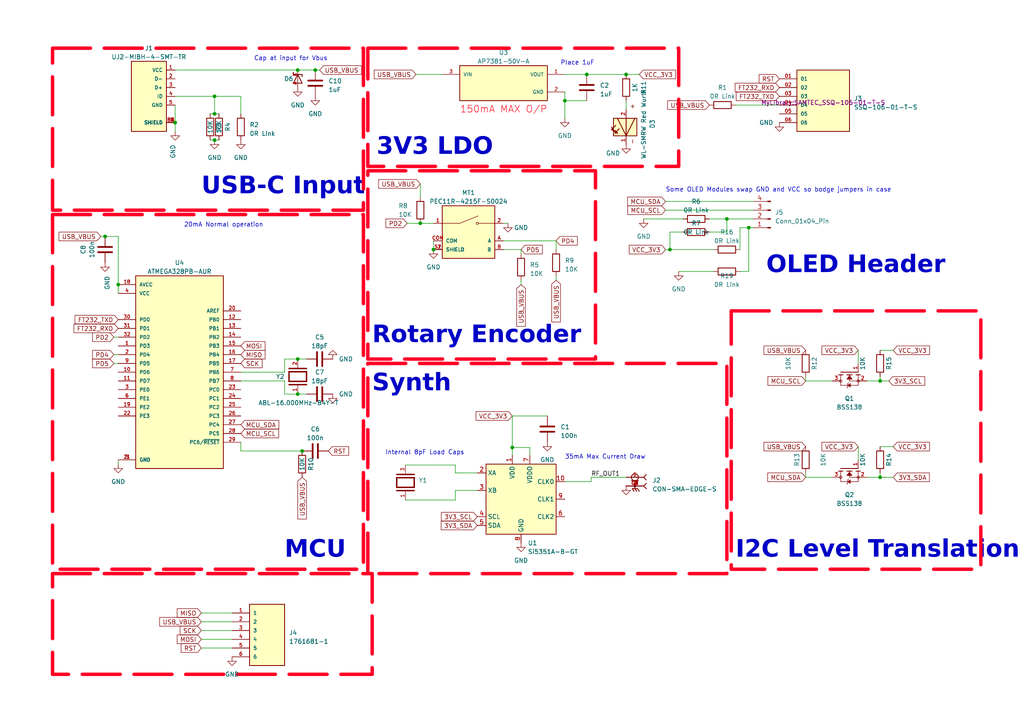
<source format=kicad_sch>
(kicad_sch (version 20230121) (generator eeschema)
  (paper "A4")
  (lib_symbols
    (symbol "Connector:Conn_01x04_Pin" (pin_names (offset 1.016) hide)
      (property "Reference" "J" (at 0 5.08 0))
      (property "Value" "Conn_01x04_Pin" (at 0 -7.62 0))
      (symbol "Conn_01x04_Pin_1_1"
        (pin passive line (at 5.08 2.54 180) (length 3.81) (name "Pin_1") (number "1"))
        (pin passive line (at 5.08 0 180) (length 3.81) (name "Pin_2") (number "2"))
        (pin passive line (at 5.08 -2.54 180) (length 3.81) (name "Pin_3") (number "3"))
        (pin passive line (at 5.08 -5.08 180) (length 3.81) (name "Pin_4") (number "4"))
      )
    )
    (symbol "MyLibrary:0R Link" (pin_numbers hide) (pin_names (offset 0))
      (property "Reference" "R1" (at 2.54 0.635 0))
      (property "Value" "0R Link" (at 2.54 -1.905 0))
      (symbol "0R Link_1_1"
        (pin passive line (at 0 3.81 270) (length 1.27) (name "~") (number "1"))
        (pin passive line (at 0 -3.81 90) (length 1.27) (name "~") (number "2"))
      )
    )
    (symbol "MyLibrary:100n" (pin_numbers hide) (pin_names (offset 0.254))
      (property "Reference" "C" (at 0.635 2.54 0))
      (property "Value" "100n" (at 0.635 -2.54 0))
      (symbol "100n_1_1"
        (pin passive line (at 0 3.81 270) (length 2.794) (name "~") (number "1"))
        (pin passive line (at 0 -3.81 90) (length 2.794) (name "~") (number "2"))
      )
    )
    (symbol "MyLibrary:10K" (pin_numbers hide) (pin_names (offset 0))
      (property "Reference" "R1" (at 2.54 0.635 0))
      (property "Value" "10K" (at 2.54 -1.905 0))
      (symbol "10K_1_1"
        (pin passive line (at 0 3.81 270) (length 1.27) (name "~") (number "1"))
        (pin passive line (at 0 -3.81 90) (length 1.27) (name "~") (number "2"))
      )
    )
    (symbol "MyLibrary:1761681-1" (pin_names (offset 1.016))
      (property "Reference" "J" (at -5.58 10.16 0))
      (property "Value" "1761681-1" (at -5.08 -10.16 0))
      (symbol "1761681-1_0_0"
        (pin passive line (at -10.16 7.62 0) (length 5.08) (name "1") (number "1"))
        (pin passive line (at -10.16 5.08 0) (length 5.08) (name "2") (number "2"))
        (pin passive line (at -10.16 2.54 0) (length 5.08) (name "3") (number "3"))
        (pin passive line (at -10.16 0 0) (length 5.08) (name "4") (number "4"))
        (pin passive line (at -10.16 -2.54 0) (length 5.08) (name "5") (number "5"))
        (pin passive line (at -10.16 -5.08 0) (length 5.08) (name "6") (number "6"))
      )
    )
    (symbol "MyLibrary:18pF" (pin_numbers hide) (pin_names (offset 0.254))
      (property "Reference" "C" (at 0.635 2.54 0))
      (property "Value" "18pF" (at 0.635 -2.54 0))
      (symbol "18pF_1_1"
        (pin passive line (at 0 3.81 270) (length 2.794) (name "~") (number "1"))
        (pin passive line (at 0 -3.81 90) (length 2.794) (name "~") (number "2"))
      )
    )
    (symbol "MyLibrary:1K" (pin_numbers hide) (pin_names (offset 0))
      (property "Reference" "R1" (at 2.54 0.635 0))
      (property "Value" "1K" (at 2.54 -1.905 0))
      (symbol "1K_1_1"
        (pin passive line (at 0 3.81 270) (length 1.27) (name "~") (number "1"))
        (pin passive line (at 0 -3.81 90) (length 1.27) (name "~") (number "2"))
      )
    )
    (symbol "MyLibrary:1uF" (pin_numbers hide) (pin_names (offset 0.254))
      (property "Reference" "C" (at 0.635 2.54 0))
      (property "Value" "1uF" (at 0.635 -2.54 0))
      (symbol "1uF_1_1"
        (pin passive line (at 0 3.81 270) (length 2.794) (name "~") (number "1"))
        (pin passive line (at 0 -3.81 90) (length 2.794) (name "~") (number "2"))
      )
    )
    (symbol "MyLibrary:ABL-16.000MHz-B4Y-T" (pin_names (offset 1.016))
      (property "Reference" "Y" (at -5.0878 3.8159 0))
      (property "Value" "ABL-16.000MHz-B4Y-T" (at -5.0944 -5.0944 0))
      (symbol "ABL-16.000MHz-B4Y-T_0_0"
        (pin passive line (at -5.08 0 0) (length 2.54) (name "~") (number "1"))
        (pin passive line (at 5.08 0 180) (length 2.54) (name "~") (number "2"))
      )
    )
    (symbol "MyLibrary:AP7381-50V-A" (pin_names (offset 1.016))
      (property "Reference" "U" (at -12.7 5.969 0))
      (property "Value" "AP7381-50V-A" (at -12.7 -7.62 0))
      (symbol "AP7381-50V-A_0_0"
        (pin output line (at 17.78 2.54 180) (length 5.08) (name "VOUT") (number "1"))
        (pin power_in line (at 17.78 -2.54 180) (length 5.08) (name "GND") (number "2"))
        (pin input line (at -17.78 2.54 0) (length 5.08) (name "VIN") (number "3"))
      )
    )
    (symbol "MyLibrary:ATMEGA328PB-AUR" (pin_names (offset 1.016))
      (property "Reference" "U" (at -12.7591 29.3666 0))
      (property "Value" "ATMEGA328PB-AUR" (at -12.7506 -31.899 0))
      (symbol "ATMEGA328PB-AUR_0_0"
        (pin bidirectional line (at 17.78 7.62 180) (length 5.08) (name "PD3") (number "1"))
        (pin bidirectional line (at 17.78 0 180) (length 5.08) (name "PD6") (number "10"))
        (pin bidirectional line (at 17.78 -2.54 180) (length 5.08) (name "PD7") (number "11"))
        (pin bidirectional line (at -17.78 15.24 0) (length 5.08) (name "PB0") (number "12"))
        (pin bidirectional line (at -17.78 12.7 0) (length 5.08) (name "PB1") (number "13"))
        (pin bidirectional line (at -17.78 10.16 0) (length 5.08) (name "PB2") (number "14"))
        (pin bidirectional line (at -17.78 7.62 0) (length 5.08) (name "PB3") (number "15"))
        (pin bidirectional line (at -17.78 5.08 0) (length 5.08) (name "PB4") (number "16"))
        (pin bidirectional line (at -17.78 2.54 0) (length 5.08) (name "PB5") (number "17"))
        (pin power_in line (at 17.78 25.4 180) (length 5.08) (name "AVCC") (number "18"))
        (pin bidirectional line (at 17.78 -10.16 180) (length 5.08) (name "PE2") (number "19"))
        (pin bidirectional line (at 17.78 5.08 180) (length 5.08) (name "PD4") (number "2"))
        (pin input line (at -17.78 17.78 0) (length 5.08) (name "AREF") (number "20"))
        (pin power_in line (at 17.78 -25.4 180) (length 5.08) (name "GND") (number "21"))
        (pin bidirectional line (at 17.78 -12.7 180) (length 5.08) (name "PE3") (number "22"))
        (pin bidirectional line (at -17.78 -5.08 0) (length 5.08) (name "PC0") (number "23"))
        (pin bidirectional line (at -17.78 -7.62 0) (length 5.08) (name "PC1") (number "24"))
        (pin bidirectional line (at -17.78 -10.16 0) (length 5.08) (name "PC2") (number "25"))
        (pin bidirectional line (at -17.78 -12.7 0) (length 5.08) (name "PC3") (number "26"))
        (pin bidirectional line (at -17.78 -15.24 0) (length 5.08) (name "PC4") (number "27"))
        (pin bidirectional line (at -17.78 -17.78 0) (length 5.08) (name "PC5") (number "28"))
        (pin bidirectional line (at -17.78 -20.32 0) (length 5.08) (name "PC6/~{RESET}") (number "29"))
        (pin bidirectional line (at 17.78 -5.08 180) (length 5.08) (name "PE0") (number "3"))
        (pin bidirectional line (at 17.78 15.24 180) (length 5.08) (name "PD0") (number "30"))
        (pin bidirectional line (at 17.78 12.7 180) (length 5.08) (name "PD1") (number "31"))
        (pin bidirectional line (at 17.78 10.16 180) (length 5.08) (name "PD2") (number "32"))
        (pin power_in line (at 17.78 22.86 180) (length 5.08) (name "VCC") (number "4"))
        (pin power_in line (at 17.78 -25.4 180) (length 5.08) (name "GND") (number "5"))
        (pin bidirectional line (at 17.78 -7.62 180) (length 5.08) (name "PE1") (number "6"))
        (pin bidirectional line (at -17.78 0 0) (length 5.08) (name "PB6") (number "7"))
        (pin bidirectional line (at -17.78 -2.54 0) (length 5.08) (name "PB7") (number "8"))
        (pin bidirectional line (at 17.78 2.54 180) (length 5.08) (name "PD5") (number "9"))
      )
    )
    (symbol "MyLibrary:BSS138" (pin_names (offset 1.016))
      (property "Reference" "Q" (at 5.08 1.27 0))
      (property "Value" "BSS138" (at 5.08 -1.27 0))
      (symbol "BSS138_0_0"
        (pin passive line (at -2.54 -2.54 0) (length 2.54) (name "~") (number "1"))
        (pin passive line (at 2.54 -5.08 90) (length 2.54) (name "~") (number "2"))
        (pin passive line (at 2.54 5.08 270) (length 2.54) (name "~") (number "3"))
      )
    )
    (symbol "MyLibrary:CON-SMA-EDGE-S" (pin_names (offset 1.016))
      (property "Reference" "J" (at -3.81 4.064 0))
      (property "Value" "CON-SMA-EDGE-S" (at -4.064 -4.318 0))
      (symbol "CON-SMA-EDGE-S_0_0"
        (pin passive line (at 2.54 2.54 180) (length 5.08) (name "~") (number "1"))
        (pin passive line (at 2.54 0 180) (length 5.08) (name "~") (number "G1"))
        (pin passive line (at 2.54 0 180) (length 5.08) (name "~") (number "G2"))
        (pin passive line (at 2.54 0 180) (length 5.08) (name "~") (number "G3"))
        (pin passive line (at 2.54 0 180) (length 5.08) (name "~") (number "G4"))
      )
    )
    (symbol "MyLibrary:ESD5Z6.0T1G" (pin_names (offset 1.016))
      (property "Reference" "D" (at -2.286 1.905 0))
      (property "Value" "ESD5Z6.0T1G" (at -2.286 -3.429 0))
      (symbol "ESD5Z6.0T1G_0_0"
        (pin passive line (at -2.54 0 0) (length 2.54) (name "~") (number "A"))
        (pin passive line (at 2.54 0 180) (length 2.54) (name "~") (number "K"))
      )
    )
    (symbol "MyLibrary:PEC11R-4215F-S0024" (pin_names (offset 1.016))
      (property "Reference" "MT" (at -7.62 8.89 0))
      (property "Value" "PEC11R-4215F-S0024" (at -7.62 -8.89 0))
      (symbol "PEC11R-4215F-S0024_0_0"
        (pin passive line (at -10.16 2.54 0) (length 2.54) (name "~") (number "1"))
        (pin passive line (at 10.16 2.54 180) (length 2.54) (name "~") (number "2"))
        (pin passive line (at 10.16 -2.54 180) (length 2.54) (name "A") (number "A"))
        (pin passive line (at 10.16 -5.08 180) (length 2.54) (name "B") (number "B"))
        (pin passive line (at -10.16 -2.54 0) (length 2.54) (name "COM") (number "COM"))
        (pin passive line (at -10.16 -5.08 0) (length 2.54) (name "SHIELD") (number "S1"))
        (pin passive line (at -10.16 -5.08 0) (length 2.54) (name "SHIELD") (number "S2"))
      )
    )
    (symbol "MyLibrary:SSQ-106-01-T-S" (pin_names (offset 1.016))
      (property "Reference" "J" (at -8.12 10.16 0))
      (property "Value" "SSQ-106-01-T-S" (at -7.62 -10.16 0))
      (symbol "SSQ-106-01-T-S_0_0"
        (pin passive line (at -12.7 7.62 0) (length 5.08) (name "01") (number "01"))
        (pin passive line (at -12.7 5.08 0) (length 5.08) (name "02") (number "02"))
        (pin passive line (at -12.7 2.54 0) (length 5.08) (name "03") (number "03"))
        (pin passive line (at -12.7 0 0) (length 5.08) (name "04") (number "04"))
        (pin passive line (at -12.7 -2.54 0) (length 5.08) (name "05") (number "05"))
        (pin passive line (at -12.7 -5.08 0) (length 5.08) (name "06") (number "06"))
      )
    )
    (symbol "MyLibrary:UJ2-MIBH-4-SMT-TR" (pin_names (offset 1.016))
      (property "Reference" "J" (at -5.0923 10.6938 0))
      (property "Value" "UJ2-MIBH-4-SMT-TR" (at -5.0889 -12.7222 0))
      (symbol "UJ2-MIBH-4-SMT-TR_0_0"
        (pin power_in line (at 7.62 7.62 180) (length 2.54) (name "VCC") (number "1"))
        (pin bidirectional line (at 7.62 5.08 180) (length 2.54) (name "D-") (number "2"))
        (pin bidirectional line (at 7.62 2.54 180) (length 2.54) (name "D+") (number "3"))
        (pin bidirectional line (at 7.62 0 180) (length 2.54) (name "ID") (number "4"))
        (pin power_in line (at 7.62 -2.54 180) (length 2.54) (name "GND") (number "5"))
        (pin passive line (at 7.62 -7.62 180) (length 2.54) (name "SHIELD") (number "P5"))
        (pin passive line (at 7.62 -7.62 180) (length 2.54) (name "SHIELD") (number "P6"))
        (pin passive line (at 7.62 -7.62 180) (length 2.54) (name "SHIELD") (number "S1"))
        (pin passive line (at 7.62 -7.62 180) (length 2.54) (name "SHIELD") (number "S2"))
        (pin passive line (at 7.62 -7.62 180) (length 2.54) (name "SHIELD") (number "S3"))
        (pin passive line (at 7.62 -7.62 180) (length 2.54) (name "SHIELD") (number "S4"))
      )
    )
    (symbol "MyLibrary:WL-SMRW Red Wurth" (pin_names (offset 1.016))
      (property "Reference" "D" (at -1.2894 5.1777 0))
      (property "Value" "WL-SMRW Red Wurth" (at -1.2298 -5.5362 0))
      (symbol "WL-SMRW Red Wurth_0_0"
        (text "+" (at 5.0842 -2.5421 0) (effects (font (size 1.2711 1.2711)) (justify left bottom)))
        (text "-" (at -5.0893 -2.5447 0) (effects (font (size 1.2723 1.2723)) (justify left bottom)))
        (pin bidirectional line (at -5.08 0 0) (length 2.54) (name "~") (number "1"))
        (pin bidirectional line (at 5.08 0 180) (length 2.54) (name "~") (number "2"))
      )
    )
    (symbol "MyLibrary:XRCGB25M000F2P00R0" (pin_names (offset 1.016))
      (property "Reference" "Y" (at -5.0878 3.8159 0))
      (property "Value" "XRCGB25M000F2P00R0" (at -5.0944 -5.0944 0))
      (symbol "XRCGB25M000F2P00R0_0_0"
        (pin passive line (at -5.08 0 0) (length 2.54) (name "~") (number "1"))
        (pin passive line (at 5.08 0 180) (length 2.54) (name "~") (number "3"))
      )
    )
    (symbol "Oscillator:Si5351A-B-GT"
      (property "Reference" "U" (at -8.89 11.43 0))
      (property "Value" "Si5351A-B-GT" (at -12.7 -12.7 0))
      (symbol "Si5351A-B-GT_1_1"
        (pin power_in line (at -2.54 12.7 270) (length 2.54) (name "VDD") (number "1"))
        (pin output line (at 12.7 5.08 180) (length 2.54) (name "CLK0") (number "10"))
        (pin input line (at -12.7 7.62 0) (length 2.54) (name "XA") (number "2"))
        (pin input line (at -12.7 2.54 0) (length 2.54) (name "XB") (number "3"))
        (pin input line (at -12.7 -5.08 0) (length 2.54) (name "SCL") (number "4"))
        (pin bidirectional line (at -12.7 -7.62 0) (length 2.54) (name "SDA") (number "5"))
        (pin output line (at 12.7 -5.08 180) (length 2.54) (name "CLK2") (number "6"))
        (pin power_in line (at 2.54 12.7 270) (length 2.54) (name "VDDO") (number "7"))
        (pin power_in line (at 0 -12.7 90) (length 2.54) (name "GND") (number "8"))
        (pin output line (at 12.7 0 180) (length 2.54) (name "CLK1") (number "9"))
      )
    )
    (symbol "power:GND" (power) (pin_names (offset 0))
      (property "Value" "GND" (at 0 -3.81 0))
      (symbol "GND_1_1"
        (pin power_in line (at 0 0 270) (length 0) hide (name "GND") (number "1"))
      )
    )
  )
  (junction (at 62.23 40.64))
  (junction (at 86.36 104.14))
  (junction (at 217.17 66.04))
  (junction (at 62.23 27.94))
  (junction (at 163.83 29.21))
  (junction (at 210.82 63.5))
  (junction (at 62.23 33.02))
  (junction (at 181.61 21.59))
  (junction (at 125.73 72.39))
  (junction (at 86.36 20.32))
  (junction (at 170.18 21.59))
  (junction (at 30.48 68.58))
  (junction (at 86.36 114.3))
  (junction (at 91.44 20.32))
  (junction (at 194.31 72.39))
  (junction (at 50.8 35.56))
  (junction (at 87.63 130.81))
  (junction (at 255.27 138.43))
  (junction (at 34.29 82.55))
  (junction (at 148.59 129.794))
  (junction (at 255.27 110.49))
  (junction (at 121.92 64.77))
  (wire (pts (xy 193.04 72.39) (xy 194.31 72.39)))
  (wire (pts (xy 214.63 66.04) (xy 217.17 66.04)))
  (wire (pts (xy 233.68 109.22) (xy 233.68 110.49)))
  (wire (pts (xy 132.08 137.16) (xy 138.43 137.16)))
  (wire (pts (xy 255.27 138.43) (xy 259.08 138.43)))
  (wire (pts (xy 217.17 78.74) (xy 217.17 66.04)))
  (wire (pts (xy 259.08 101.6) (xy 255.27 101.6)))
  (wire (pts (xy 205.74 63.5) (xy 210.82 63.5)))
  (wire (pts (xy 181.61 21.59) (xy 170.18 21.59)))
  (wire (pts (xy 148.59 120.65) (xy 148.59 129.794)))
  (wire (pts (xy 185.42 21.59) (xy 181.61 21.59)))
  (wire (pts (xy 34.29 97.79) (xy 33.02 97.79)))
  (wire (pts (xy 210.82 63.5) (xy 218.44 63.5)))
  (wire (pts (xy 151.13 73.66) (xy 151.13 72.39)))
  (wire (pts (xy 62.23 33.02) (xy 63.5 33.02)))
  (wire (pts (xy 207.01 78.74) (xy 196.85 78.74)))
  (wire (pts (xy 248.92 129.54) (xy 248.92 133.35)))
  (wire (pts (xy 194.31 67.31) (xy 194.31 72.39)))
  (wire (pts (xy 138.43 142.24) (xy 132.08 142.24)))
  (wire (pts (xy 91.44 20.32) (xy 92.71 20.32)))
  (wire (pts (xy 214.63 78.74) (xy 217.17 78.74)))
  (wire (pts (xy 58.42 187.96) (xy 67.31 187.96)))
  (wire (pts (xy 210.82 67.31) (xy 210.82 63.5)))
  (wire (pts (xy 251.46 110.49) (xy 255.27 110.49)))
  (wire (pts (xy 30.48 68.58) (xy 34.29 68.58)))
  (wire (pts (xy 58.42 182.88) (xy 67.31 182.88)))
  (wire (pts (xy 233.68 137.16) (xy 233.68 138.43)))
  (wire (pts (xy 62.23 40.64) (xy 63.5 40.64)))
  (wire (pts (xy 50.8 20.32) (xy 86.36 20.32)))
  (wire (pts (xy 259.08 129.54) (xy 255.27 129.54)))
  (wire (pts (xy 193.04 58.42) (xy 218.44 58.42)))
  (wire (pts (xy 69.85 33.02) (xy 69.85 27.94)))
  (wire (pts (xy 125.73 69.85) (xy 125.73 72.39)))
  (wire (pts (xy 132.08 142.24) (xy 132.08 145.034)))
  (wire (pts (xy 132.08 134.874) (xy 132.08 137.16)))
  (wire (pts (xy 121.92 64.77) (xy 125.73 64.77)))
  (wire (pts (xy 60.96 33.02) (xy 62.23 33.02)))
  (wire (pts (xy 171.45 139.7) (xy 171.45 138.43)))
  (wire (pts (xy 82.55 104.14) (xy 86.36 104.14)))
  (wire (pts (xy 34.29 102.87) (xy 33.02 102.87)))
  (wire (pts (xy 146.05 69.85) (xy 161.29 69.85)))
  (wire (pts (xy 29.21 68.58) (xy 30.48 68.58)))
  (wire (pts (xy 82.55 114.3) (xy 86.36 114.3)))
  (wire (pts (xy 255.27 110.49) (xy 257.81 110.49)))
  (wire (pts (xy 193.04 60.96) (xy 218.44 60.96)))
  (wire (pts (xy 120.65 21.59) (xy 128.27 21.59)))
  (wire (pts (xy 151.13 72.39) (xy 146.05 72.39)))
  (wire (pts (xy 170.18 21.59) (xy 163.83 21.59)))
  (wire (pts (xy 181.61 29.21) (xy 181.61 31.75)))
  (wire (pts (xy 213.36 30.48) (xy 226.06 30.48)))
  (wire (pts (xy 255.27 109.22) (xy 255.27 110.49)))
  (wire (pts (xy 34.29 82.55) (xy 34.29 85.09)))
  (wire (pts (xy 255.27 137.16) (xy 255.27 138.43)))
  (wire (pts (xy 217.17 66.04) (xy 218.44 66.04)))
  (wire (pts (xy 148.59 120.65) (xy 158.75 120.65)))
  (wire (pts (xy 147.32 64.77) (xy 146.05 64.77)))
  (wire (pts (xy 82.55 107.95) (xy 82.55 104.14)))
  (wire (pts (xy 62.23 27.94) (xy 69.85 27.94)))
  (wire (pts (xy 118.11 64.77) (xy 121.92 64.77)))
  (wire (pts (xy 233.68 138.43) (xy 241.3 138.43)))
  (wire (pts (xy 86.36 20.32) (xy 91.44 20.32)))
  (wire (pts (xy 194.31 67.31) (xy 198.12 67.31)))
  (wire (pts (xy 241.3 110.49) (xy 233.68 110.49)))
  (wire (pts (xy 117.602 134.874) (xy 132.08 134.874)))
  (wire (pts (xy 148.59 129.794) (xy 148.59 132.08)))
  (wire (pts (xy 255.27 138.43) (xy 251.46 138.43)))
  (wire (pts (xy 34.29 105.41) (xy 33.02 105.41)))
  (wire (pts (xy 88.9 114.3) (xy 86.36 114.3)))
  (wire (pts (xy 161.29 81.28) (xy 161.29 80.01)))
  (wire (pts (xy 82.55 114.3) (xy 82.55 110.49)))
  (wire (pts (xy 50.8 30.48) (xy 50.8 35.56)))
  (wire (pts (xy 60.96 40.64) (xy 62.23 40.64)))
  (wire (pts (xy 161.29 69.85) (xy 161.29 72.39)))
  (wire (pts (xy 82.55 110.49) (xy 69.85 110.49)))
  (wire (pts (xy 153.67 129.794) (xy 148.59 129.794)))
  (wire (pts (xy 34.29 133.35) (xy 34.29 134.62)))
  (wire (pts (xy 58.42 185.42) (xy 67.31 185.42)))
  (wire (pts (xy 205.74 67.31) (xy 210.82 67.31)))
  (wire (pts (xy 58.42 177.8) (xy 67.31 177.8)))
  (wire (pts (xy 214.63 66.04) (xy 214.63 72.39)))
  (wire (pts (xy 248.92 101.6) (xy 248.92 105.41)))
  (wire (pts (xy 69.85 130.81) (xy 87.63 130.81)))
  (wire (pts (xy 163.83 29.21) (xy 163.83 26.67)))
  (wire (pts (xy 171.45 138.43) (xy 181.61 138.43)))
  (wire (pts (xy 69.85 107.95) (xy 82.55 107.95)))
  (wire (pts (xy 151.13 81.28) (xy 151.13 82.55)))
  (wire (pts (xy 50.8 35.56) (xy 50.8 38.1)))
  (wire (pts (xy 34.29 68.58) (xy 34.29 82.55)))
  (wire (pts (xy 58.42 180.34) (xy 67.31 180.34)))
  (wire (pts (xy 163.83 34.29) (xy 163.83 29.21)))
  (wire (pts (xy 69.85 130.81) (xy 69.85 128.27)))
  (wire (pts (xy 153.67 132.08) (xy 153.67 129.794)))
  (wire (pts (xy 163.83 29.21) (xy 170.18 29.21)))
  (wire (pts (xy 62.23 27.94) (xy 62.23 33.02)))
  (wire (pts (xy 163.83 139.7) (xy 171.45 139.7)))
  (wire (pts (xy 88.9 104.14) (xy 86.36 104.14)))
  (wire (pts (xy 121.92 53.34) (xy 121.92 57.15)))
  (wire (pts (xy 194.31 72.39) (xy 207.01 72.39)))
  (wire (pts (xy 132.08 145.034) (xy 117.602 145.034)))
  (wire (pts (xy 186.69 63.5) (xy 198.12 63.5)))
  (wire (pts (xy 50.8 27.94) (xy 62.23 27.94)))
  (rectangle (start 106.68 13.97) (end 196.85 48.26) (stroke (width 1) (type dash) (color 255 0 34 1)))
  (rectangle (start 106.68 105.41) (end 210.82 166.37) (stroke (width 1) (type dash) (color 255 0 34 1)))
  (rectangle (start 15.24 13.97) (end 105.41 60.96) (stroke (width 1) (type dash) (color 255 0 34 1)))
  (rectangle (start 106.68 49.53) (end 172.72 104.14) (stroke (width 1) (type dash) (color 255 0 34 1)))
  (rectangle (start 212.09 90.17) (end 284.48 165.1) (stroke (width 1) (type dash) (color 255 0 34 1)))
  (rectangle (start 15.24 62.23) (end 105.41 165.1) (stroke (width 1) (type dash) (color 255 0 34 1)))
  (rectangle (start 15.24 166.37) (end 107.95 195.58) (stroke (width 1) (type dash) (color 255 0 34 1)))
  (text "MCU \n" (at 82.55 163.83 0) (effects (font (size 5 5)) (justify left bottom)))
  (text "OLED Header\n" (at 222.25 81.28 0) (effects (font (size 5 5)) (justify left bottom)))
  (text "I2C Level Translation\n" (at 213.36 163.83 0) (effects (font (size 5 5)) (justify left bottom)))
  (text "Some OLED Modules swap GND and VCC so bodge jumpers in case" (at 193.04 55.88 0) (effects (font (size 1.27 1.27)) (justify left bottom)))
  (text "3V3 LDO\n" (at 109.22 46.99 0) (effects (font (size 5 5)) (justify left bottom)))
  (text "150mA MAX O/P" (at 133.35 33.02 0) (effects (font (size 2 2)) (justify left bottom)))
  (text "20mA Normal operation\n" (at 53.34 66.04 0) (effects (font (size 1.27 1.27)) (justify left bottom)))
  (text "35mA Max Current Draw\n" (at 163.83 133.35 0) (effects (font (size 1.27 1.27)) (justify left bottom)))
  (text "Internal 8pF Load Caps" (at 111.76 132.08 0) (effects (font (size 1.27 1.27)) (justify left bottom)))
  (text "USB-C Input\n" (at 58.42 58.42 0) (effects (font (size 5 5)) (justify left bottom)))
  (text "Cap at input for Vbus\n" (at 73.66 17.78 0) (effects (font (size 1.27 1.27)) (justify left bottom)))
  (text "Synth\n" (at 107.95 115.57 0) (effects (font (size 5 5)) (justify left bottom)))
  (text "Rotary Encoder\n" (at 107.95 101.6 0) (effects (font (size 5 5)) (justify left bottom)))
  (text "Place 1uF\n" (at 162.56 19.05 0) (effects (font (size 1.27 1.27)) (justify left bottom)))
  (label "RF_OUT1" (at 171.45 138.43 0))
  (global_label "MOSI" (shape input) (at 58.42 185.42 180) (property "Intersheetrefs" "${INTERSHEET_REFS}" (effects hide)))
  (global_label "MCU_SCL" (shape input) (at 193.04 60.96 180) (property "Intersheetrefs" "${INTERSHEET_REFS}" (effects hide)))
  (global_label "USB_VBUS" (shape input) (at 120.65 21.59 180) (property "Intersheetrefs" "${INTERSHEET_REFS}" (effects hide)))
  (global_label "RST" (shape input) (at 226.06 22.86 180) (property "Intersheetrefs" "${INTERSHEET_REFS}" (effects hide)))
  (global_label "3V3_SDA" (shape input) (at 138.43 152.4 180) (property "Intersheetrefs" "${INTERSHEET_REFS}" (effects hide)))
  (global_label "USB_VBUS" (shape input) (at 233.68 101.6 180) (property "Intersheetrefs" "${INTERSHEET_REFS}" (effects hide)))
  (global_label "USB_VBUS" (shape input) (at 205.74 30.48 180) (property "Intersheetrefs" "${INTERSHEET_REFS}" (effects hide)))
  (global_label "USB_VBUS" (shape input) (at 92.71 20.32 0) (property "Intersheetrefs" "${INTERSHEET_REFS}" (effects hide)))
  (global_label "MCU_SDA" (shape input) (at 193.04 58.42 180) (property "Intersheetrefs" "${INTERSHEET_REFS}" (effects hide)))
  (global_label "USB_VBUS" (shape input) (at 121.92 53.34 180) (property "Intersheetrefs" "${INTERSHEET_REFS}" (effects hide)))
  (global_label "FT232_RXD" (shape input) (at 226.06 25.4 180) (property "Intersheetrefs" "${INTERSHEET_REFS}" (effects hide)))
  (global_label "PD2" (shape input) (at 118.11 64.77 180) (property "Intersheetrefs" "${INTERSHEET_REFS}" (effects hide)))
  (global_label "USB_VBUS" (shape input) (at 151.13 82.55 270) (property "Intersheetrefs" "${INTERSHEET_REFS}" (effects hide)))
  (global_label "VCC_3V3" (shape input) (at 259.08 129.54 0) (property "Intersheetrefs" "${INTERSHEET_REFS}" (effects hide)))
  (global_label "FT232_TXD" (shape input) (at 226.06 27.94 180) (property "Intersheetrefs" "${INTERSHEET_REFS}" (effects hide)))
  (global_label "USB_VBUS" (shape input) (at 87.63 138.43 270) (property "Intersheetrefs" "${INTERSHEET_REFS}" (effects hide)))
  (global_label "MCU_SCL" (shape input) (at 69.85 125.73 0) (property "Intersheetrefs" "${INTERSHEET_REFS}" (effects hide)))
  (global_label "3V3_SCL" (shape input) (at 257.81 110.49 0) (property "Intersheetrefs" "${INTERSHEET_REFS}" (effects hide)))
  (global_label "USB_VBUS" (shape input) (at 29.21 68.58 180) (property "Intersheetrefs" "${INTERSHEET_REFS}" (effects hide)))
  (global_label "PD5" (shape input) (at 151.13 72.39 0) (property "Intersheetrefs" "${INTERSHEET_REFS}" (effects hide)))
  (global_label "USB_VBUS" (shape input) (at 161.29 81.28 270) (property "Intersheetrefs" "${INTERSHEET_REFS}" (effects hide)))
  (global_label "PD4" (shape input) (at 33.02 102.87 180) (property "Intersheetrefs" "${INTERSHEET_REFS}" (effects hide)))
  (global_label "MISO" (shape input) (at 69.85 102.87 0) (property "Intersheetrefs" "${INTERSHEET_REFS}" (effects hide)))
  (global_label "VCC_3V3" (shape input) (at 148.59 120.65 180) (property "Intersheetrefs" "${INTERSHEET_REFS}" (effects hide)))
  (global_label "VCC_3V3" (shape input) (at 248.92 101.6 180) (property "Intersheetrefs" "${INTERSHEET_REFS}" (effects hide)))
  (global_label "PD2" (shape input) (at 33.02 97.79 180) (property "Intersheetrefs" "${INTERSHEET_REFS}" (effects hide)))
  (global_label "MCU_SDA" (shape input) (at 69.85 123.19 0) (property "Intersheetrefs" "${INTERSHEET_REFS}" (effects hide)))
  (global_label "VCC_3V3" (shape input) (at 185.42 21.59 0) (property "Intersheetrefs" "${INTERSHEET_REFS}" (effects hide)))
  (global_label "VCC_3V3" (shape input) (at 248.92 129.54 180) (property "Intersheetrefs" "${INTERSHEET_REFS}" (effects hide)))
  (global_label "USB_VBUS" (shape input) (at 58.42 180.34 180) (property "Intersheetrefs" "${INTERSHEET_REFS}" (effects hide)))
  (global_label "3V3_SDA" (shape input) (at 259.08 138.43 0) (property "Intersheetrefs" "${INTERSHEET_REFS}" (effects hide)))
  (global_label "MISO" (shape input) (at 58.42 177.8 180) (property "Intersheetrefs" "${INTERSHEET_REFS}" (effects hide)))
  (global_label "VCC_3V3" (shape input) (at 259.08 101.6 0) (property "Intersheetrefs" "${INTERSHEET_REFS}" (effects hide)))
  (global_label "RST" (shape input) (at 95.25 130.81 0) (property "Intersheetrefs" "${INTERSHEET_REFS}" (effects hide)))
  (global_label "VCC_3V3" (shape input) (at 193.04 72.39 180) (property "Intersheetrefs" "${INTERSHEET_REFS}" (effects hide)))
  (global_label "USB_VBUS" (shape input) (at 233.68 129.54 180) (property "Intersheetrefs" "${INTERSHEET_REFS}" (effects hide)))
  (global_label "SCK" (shape input) (at 58.42 182.88 180) (property "Intersheetrefs" "${INTERSHEET_REFS}" (effects hide)))
  (global_label "FT232_RXD" (shape input) (at 34.29 95.25 180) (property "Intersheetrefs" "${INTERSHEET_REFS}" (effects hide)))
  (global_label "MOSI" (shape input) (at 69.85 100.33 0) (property "Intersheetrefs" "${INTERSHEET_REFS}" (effects hide)))
  (global_label "PD4" (shape input) (at 161.29 69.85 0) (property "Intersheetrefs" "${INTERSHEET_REFS}" (effects hide)))
  (global_label "MCU_SCL" (shape input) (at 233.68 110.49 180) (property "Intersheetrefs" "${INTERSHEET_REFS}" (effects hide)))
  (global_label "RST" (shape input) (at 58.42 187.96 180) (property "Intersheetrefs" "${INTERSHEET_REFS}" (effects hide)))
  (global_label "3V3_SCL" (shape input) (at 138.43 149.86 180) (property "Intersheetrefs" "${INTERSHEET_REFS}" (effects hide)))
  (global_label "MCU_SDA" (shape input) (at 233.68 138.43 180) (property "Intersheetrefs" "${INTERSHEET_REFS}" (effects hide)))
  (global_label "RST" (shape input) (at 474.98 -41.91 180) (property "Intersheetrefs" "${INTERSHEET_REFS}" (effects hide)))
  (global_label "PD5" (shape input) (at 33.02 105.41 180) (property "Intersheetrefs" "${INTERSHEET_REFS}" (effects hide)))
  (global_label "FT232_TXD" (shape input) (at 34.29 92.71 180) (property "Intersheetrefs" "${INTERSHEET_REFS}" (effects hide)))
  (global_label "SCK" (shape input) (at 69.85 105.41 0) (property "Intersheetrefs" "${INTERSHEET_REFS}" (effects hide)))
  (symbol (lib_id "MyLibrary:10K") (at 87.63 134.62 0) (unit 1)
    (property "Reference" "R10" (at 90.17 134.62 90))
    (property "Value" "10K" (at 87.63 134.62 90))
    (property "Footprint" "Resistor_SMD:R_1206_3216Metric_Pad1.30x1.75mm_HandSolder" (effects hide))
  )
  (symbol (lib_id "power:GND") (at 91.44 27.94 0) (unit 1)
    (property "Reference" "#PWR02" (effects hide))
    (property "Value" "GND" (at 91.44 33.02 0))
  )
  (symbol (lib_id "MyLibrary:10K") (at 161.29 76.2 180) (unit 1)
    (property "Reference" "R9" (at 163.83 75.565 0) (effects (justify right)))
    (property "Value" "10K" (at 163.83 78.105 0) (effects (justify right)))
    (property "Footprint" "Resistor_SMD:R_1206_3216Metric_Pad1.30x1.75mm_HandSolder" (effects hide))
  )
  (symbol (lib_id "power:GND") (at 86.36 25.4 0) (unit 1)
    (property "Reference" "#PWR023" (effects hide))
    (property "Value" "GND" (at 86.36 30.48 0))
  )
  (symbol (lib_id "MyLibrary:XRCGB25M000F2P00R0") (at 117.602 139.954 90) (unit 1)
    (property "Reference" "Y1" (at 121.412 139.319 90) (effects (justify right)))
    (property "Value" "XRCGB25M000F2P00R0" (effects hide))
    (property "Footprint" "MyLibrary:OSC_XRCGB25M000F2P00R0" (effects hide))
    (property "MF" "Murata Electronics" (effects hide))
    (property "MAXIMUM_PACKAGE_HEIGHT" "0.7 mm" (effects hide))
    (property "Package" "SMD-4 Murata" (effects hide))
    (property "Price" "None" (effects hide))
    (property "Check_prices" "https://www.snapeda.com/parts/XRCGB25M000F2P00R0/Murata+Electronics+North+America/view-part/?ref=eda" (effects hide))
    (property "STANDARD" "Manufacturer Recommendations" (effects hide))
    (property "PARTREV" "N/A" (effects hide))
    (property "SnapEDA_Link" "https://www.snapeda.com/parts/XRCGB25M000F2P00R0/Murata+Electronics+North+America/view-part/?ref=snap" (effects hide))
    (property "MP" "XRCGB25M000F2P00R0" (effects hide))
    (property "Purchase-URL" "https://www.snapeda.com/api/url_track_click_mouser/?unipart_id=445314&manufacturer=Murata Electronics&part_name=XRCGB25M000F2P00R0&search_term=xrcgb25m000f2p00r0" (effects hide))
    (property "Description" "\n25 MHz ±20ppm Crystal 6pF 150 Ohms 4-SMD, No Lead\n" (effects hide))
    (property "Availability" "In Stock" (effects hide))
    (property "MANUFACTURER" "Murata Electronics" (effects hide))
  )
  (symbol (lib_id "MyLibrary:BSS138") (at 246.38 107.95 90) (mirror x) (unit 1)
    (property "Reference" "Q1" (at 246.38 115.57 90))
    (property "Value" "BSS138" (at 246.38 118.11 90))
    (property "Footprint" "MyLibrary:SOT95P240X111-3N" (effects hide))
    (property "MF" "Diodes Inc." (effects hide))
    (property "DESCRIPTION" "N-Channel 50 V 200mA (Ta) 225mW (Ta) Surface Mount SOT-23-3 (TO-236)" (effects hide))
    (property "PACKAGE" "SOT-23 ON" (effects hide))
    (property "PRICE" "None" (effects hide))
    (property "Package" "SOT-23-3 Diodes Inc." (effects hide))
    (property "Check_prices" "https://www.snapeda.com/parts/BSS138/Diodes+Inc./view-part/?ref=eda" (effects hide))
    (property "Price" "None" (effects hide))
    (property "SnapEDA_Link" "https://www.snapeda.com/parts/BSS138/Diodes+Inc./view-part/?ref=snap" (effects hide))
    (property "MP" "BSS138" (effects hide))
    (property "Availability" "In Stock" (effects hide))
    (property "AVAILABILITY" "In Stock" (effects hide))
    (property "Description" "\nN-CH MOSFET 50V 0.34A SOT-23-3L\n" (effects hide))
  )
  (symbol (lib_id "MyLibrary:1K") (at 181.61 25.4 0) (unit 1)
    (property "Reference" "R11" (at 186.69 25.4 90))
    (property "Value" "1K" (at 184.15 25.4 90))
    (property "Footprint" "Resistor_SMD:R_1206_3216Metric_Pad1.30x1.75mm_HandSolder" (effects hide))
  )
  (symbol (lib_id "MyLibrary:100n") (at 158.75 124.46 180) (unit 1)
    (property "Reference" "C1" (at 162.56 123.825 0) (effects (justify right)))
    (property "Value" "100n" (at 162.56 126.365 0) (effects (justify right)))
    (property "Footprint" "Capacitor_SMD:C_1206_3216Metric_Pad1.33x1.80mm_HandSolder" (effects hide))
  )
  (symbol (lib_id "power:GND") (at 147.32 64.77 0) (unit 1)
    (property "Reference" "#PWR012" (effects hide))
    (property "Value" "GND" (at 151.13 66.04 0))
  )
  (symbol (lib_id "power:GND") (at 163.83 34.29 0) (unit 1)
    (property "Reference" "#PWR04" (effects hide))
    (property "Value" "GND" (at 163.83 39.37 0))
  )
  (symbol (lib_id "power:GND") (at 196.85 78.74 0) (unit 1)
    (property "Reference" "#PWR09" (effects hide))
    (property "Value" "GND" (at 196.85 83.82 0))
  )
  (symbol (lib_id "power:GND") (at 69.85 40.64 0) (unit 1)
    (property "Reference" "#PWR011" (effects hide))
    (property "Value" "GND" (at 69.85 45.72 0))
  )
  (symbol (lib_id "MyLibrary:10K") (at 233.68 133.35 0) (mirror y) (unit 1)
    (property "Reference" "R13" (at 231.14 133.35 90))
    (property "Value" "10K" (at 238.76 133.35 90))
    (property "Footprint" "Resistor_SMD:R_1206_3216Metric_Pad1.30x1.75mm_HandSolder" (effects hide))
  )
  (symbol (lib_id "MyLibrary:1uF") (at 91.44 24.13 0) (unit 1)
    (property "Reference" "C10" (at 95.25 23.495 0) (effects (justify left)))
    (property "Value" "1uF" (at 95.25 26.035 0) (effects (justify left)))
    (property "Footprint" "Capacitor_SMD:C_1206_3216Metric_Pad1.33x1.80mm_HandSolder" (effects hide))
  )
  (symbol (lib_id "MyLibrary:SSQ-106-01-T-S") (at 238.76 30.48 0) (unit 1)
    (property "Reference" "J3" (at 247.65 28.575 0) (effects (justify left)))
    (property "Value" "SSQ-106-01-T-S" (at 247.65 31.115 0) (effects (justify left)))
    (property "Footprint" "MyLibrary:SAMTEC_SSQ-106-01-T-S" (at 238.76 30.48 0) (effects (justify bottom)))
    (property "MF" "Samtec" (effects hide))
    (property "Description" "\nSSQ - Samtec 2.54mm Square Tail Single Row Socket Strip 8.5mm Profile - Fast Stock\n" (effects hide))
    (property "Package" "None" (effects hide))
    (property "Price" "None" (effects hide))
    (property "Check_prices" "https://www.snapeda.com/parts/SSQ-106-01-T-S/Samtec/view-part/?ref=eda" (effects hide))
    (property "STANDARD" "Manufacturer Recommendations" (effects hide))
    (property "PARTREV" "R" (effects hide))
    (property "SnapEDA_Link" "https://www.snapeda.com/parts/SSQ-106-01-T-S/Samtec/view-part/?ref=snap" (effects hide))
    (property "MP" "SSQ-106-01-T-S" (effects hide))
    (property "Purchase-URL" "https://www.snapeda.com/api/url_track_click_mouser/?unipart_id=615998&manufacturer=Samtec&part_name=SSQ-106-01-T-S&search_term= ssq-106-01-t-s" (effects hide))
    (property "Availability" "In Stock" (effects hide))
    (property "MANUFACTURER" "Samtec" (effects hide))
  )
  (symbol (lib_id "MyLibrary:18pF") (at 92.71 114.3 270) (unit 1)
    (property "Reference" "C7" (at 92.71 107.95 90))
    (property "Value" "18pF" (at 92.71 110.49 90))
    (property "Footprint" "Capacitor_SMD:C_1206_3216Metric_Pad1.33x1.80mm_HandSolder" (effects hide))
  )
  (symbol (lib_id "MyLibrary:AP7381-50V-A") (at 146.05 24.13 0) (unit 1)
    (property "Reference" "U3" (at 146.05 15.24 0))
    (property "Value" "AP7381-50V-A" (at 146.05 17.78 0))
    (property "Footprint" "MyLibrary:TO92254P480H8703" (effects hide))
    (property "MF" "Diodes Inc." (effects hide))
    (property "MAXIMUM_PACKAGE_HEIGHT" "8.7 mm" (effects hide))
    (property "Package" "TO-92 Diodes Inc." (effects hide))
    (property "Price" "None" (effects hide))
    (property "Check_prices" "https://www.snapeda.com/parts/AP7381-50V-A/Diodes+Inc./view-part/?ref=eda" (effects hide))
    (property "STANDARD" "IPC 7351B" (effects hide))
    (property "PARTREV" "3 - 2" (effects hide))
    (property "SnapEDA_Link" "https://www.snapeda.com/parts/AP7381-50V-A/Diodes+Inc./view-part/?ref=snap" (effects hide))
    (property "MP" "AP7381-50V-A" (effects hide))
    (property "Purchase-URL" "https://www.snapeda.com/api/url_track_click_mouser/?unipart_id=2887105&manufacturer=Diodes Inc.&part_name=AP7381-50V-A&search_term=ap7381" (effects hide))
    (property "Description" "\nLinear Voltage Regulator IC Positive Fixed 1 Output 150mA TO-92\n" (effects hide))
    (property "Availability" "In Stock" (effects hide))
    (property "MANUFACTURER" "Diodes Inc." (effects hide))
  )
  (symbol (lib_id "MyLibrary:0R Link") (at 69.85 36.83 180) (unit 1)
    (property "Reference" "R2" (at 72.39 36.195 0) (effects (justify right)))
    (property "Value" "0R Link" (at 72.39 38.735 0) (effects (justify right)))
    (property "Footprint" "Jumper:SolderJumper-2_P1.3mm_Open_RoundedPad1.0x1.5mm" (effects hide))
  )
  (symbol (lib_id "MyLibrary:100n") (at 91.44 130.81 90) (unit 1)
    (property "Reference" "C6" (at 91.44 124.46 90))
    (property "Value" "100n" (at 91.44 127 90))
    (property "Footprint" "Capacitor_SMD:C_1206_3216Metric_Pad1.33x1.80mm_HandSolder" (effects hide))
  )
  (symbol (lib_id "Oscillator:Si5351A-B-GT") (at 151.13 144.78 0) (unit 1)
    (property "Reference" "U1" (at 153.0859 157.48 0) (effects (justify left)))
    (property "Value" "Si5351A-B-GT" (at 153.0859 160.02 0) (effects (justify left)))
    (property "Footprint" "Package_SO:MSOP-10_3x3mm_P0.5mm" (effects hide))
    (property "Datasheet" "https://www.silabs.com/documents/public/data-sheets/Si5351-B.pdf" (effects hide))
  )
  (symbol (lib_id "MyLibrary:0R Link") (at 201.93 63.5 90) (unit 1)
    (property "Reference" "R6" (at 201.93 58.42 90))
    (property "Value" "0R Link" (at 201.93 60.96 90))
    (property "Footprint" "Jumper:SolderJumper-2_P1.3mm_Open_RoundedPad1.0x1.5mm" (effects hide))
  )
  (symbol (lib_id "power:GND") (at 96.52 114.3 0) (unit 1)
    (property "Reference" "#PWR019" (effects hide))
    (property "Value" "GND" (at 100.33 114.3 0))
  )
  (symbol (lib_id "MyLibrary:CON-SMA-EDGE-S") (at 184.15 140.97 0) (mirror y) (unit 1)
    (property "Reference" "J2" (at 189.23 139.319 0) (effects (justify right)))
    (property "Value" "CON-SMA-EDGE-S" (at 189.23 141.859 0) (effects (justify right)))
    (property "Footprint" "MyLibrary:RFSOLUTIONS_CON-SMA-EDGE-S" (effects hide))
    (property "MF" "RF Solutions" (effects hide))
    (property "MAXIMUM_PACKAGE_HEIGHT" "6.35mm" (effects hide))
    (property "Package" "None" (effects hide))
    (property "Price" "None" (effects hide))
    (property "Check_prices" "https://www.snapeda.com/parts/CON-SMA-EDGE-S/RF+Solutions/view-part/?ref=eda" (effects hide))
    (property "STANDARD" "Manufacturer Recommendations" (effects hide))
    (property "PARTREV" "1" (effects hide))
    (property "SnapEDA_Link" "https://www.snapeda.com/parts/CON-SMA-EDGE-S/RF+Solutions/view-part/?ref=snap" (effects hide))
    (property "MP" "CON-SMA-EDGE-S" (effects hide))
    (property "Purchase-URL" "https://www.snapeda.com/api/url_track_click_mouser/?unipart_id=557794&manufacturer=RF Solutions&part_name=CON-SMA-EDGE-S&search_term= con-sma-edge-s" (effects hide))
    (property "Description" "\nSMA Connector Jack, Female Socket - Board Edge, End Launch Solder\n" (effects hide))
    (property "Availability" "In Stock" (effects hide))
    (property "MANUFACTURER" "RF Solutions" (effects hide))
  )
  (symbol (lib_id "MyLibrary:18pF") (at 92.71 104.14 270) (unit 1)
    (property "Reference" "C5" (at 92.71 97.79 90))
    (property "Value" "18pF" (at 92.71 100.33 90))
    (property "Footprint" "Capacitor_SMD:C_1206_3216Metric_Pad1.33x1.80mm_HandSolder" (effects hide))
  )
  (symbol (lib_id "power:GND") (at 96.52 104.14 180) (unit 1)
    (property "Reference" "#PWR020" (effects hide))
    (property "Value" "GND" (at 100.33 104.14 0))
  )
  (symbol (lib_id "power:GND") (at 30.48 76.2 0) (mirror y) (unit 1)
    (property "Reference" "#PWR017" (effects hide))
    (property "Value" "GND" (at 31.115 80.01 90) (effects (justify right)))
  )
  (symbol (lib_id "power:GND") (at 186.69 63.5 0) (unit 1)
    (property "Reference" "#PWR06" (effects hide))
    (property "Value" "GND" (at 186.69 68.58 0))
  )
  (symbol (lib_id "MyLibrary:0R Link") (at 210.82 72.39 90) (unit 1)
    (property "Reference" "R16" (at 210.82 67.31 90))
    (property "Value" "0R Link" (at 210.82 69.85 90))
    (property "Footprint" "Jumper:SolderJumper-2_P1.3mm_Open_RoundedPad1.0x1.5mm" (effects hide))
  )
  (symbol (lib_id "MyLibrary:ESD5Z6.0T1G") (at 86.36 22.86 90) (unit 1)
    (property "Reference" "D6" (at 85.09 22.86 90) (effects (justify left)))
    (property "Value" "ESD5Z6.0T1G" (effects hide))
    (property "Footprint" "MyLibrary:SOD-523" (effects hide))
    (property "MF" "ON Semiconductor" (effects hide))
    (property "Description" "\nESD5Z6.0T1G, Uni-Directional TVS Diode, 181W, 2-Pin SDO-523 | ON Semiconductor ESD5Z6.0T1G\n" (effects hide))
    (property "Package" "SOD-523-2 ON Semiconductor" (effects hide))
    (property "Price" "None" (effects hide))
    (property "SnapEDA_Link" "https://www.snapeda.com/parts/ESD5Z6.0T1G/Onsemi/view-part/?ref=snap" (effects hide))
    (property "MP" "ESD5Z6.0T1G" (effects hide))
    (property "Purchase-URL" "https://www.snapeda.com/api/url_track_click_mouser/?unipart_id=233283&manufacturer=ON Semiconductor&part_name=ESD5Z6.0T1G&search_term=None" (effects hide))
    (property "Availability" "In Stock" (effects hide))
    (property "Check_prices" "https://www.snapeda.com/parts/ESD5Z6.0T1G/Onsemi/view-part/?ref=eda" (effects hide))
  )
  (symbol (lib_id "power:GND") (at 181.61 41.91 0) (unit 1)
    (property "Reference" "#PWR021" (effects hide))
    (property "Value" "GND" (at 177.8 44.45 0))
  )
  (symbol (lib_id "MyLibrary:WL-SMRW Red Wurth") (at 181.61 36.83 90) (unit 1)
    (property "Reference" "D3" (at 189.23 35.9742 0))
    (property "Value" "WL-SMRW Red Wurth" (at 186.69 35.9742 0))
    (property "Footprint" "MyLibrary:WL-SMRW-1206-RECT" (effects hide))
    (property "MF" "Wurth Electronics" (effects hide))
    (property "Description" "\nYellow 589nm LED Indication - Discrete 2V 1206 (3216 Metric)\n" (effects hide))
    (property "Package" "1206 Würth Elektronik" (effects hide))
    (property "Price" "None" (effects hide))
    (property "Check_prices" "https://www.snapeda.com/parts/156120YS75000/Wurth+Electronics+Inc./view-part/?ref=eda" (effects hide))
    (property "CREATED-DATE" "APR 2013" (effects hide))
    (property "SnapEDA_Link" "https://www.snapeda.com/parts/156120YS75000/Wurth+Electronics+Inc./view-part/?ref=snap" (effects hide))
    (property "DATASHEET-URL" "http://katalog.we-online.de/en/led/WL-SMRW?m=t&sq=smrw&sp=&sp=http%3A%2F%2Fwww.we-online.de%2Fweb%2Fen%2Felectronic_components%2Fsearchpage_PBS.php%3Fsearch%3Dsmrw#vs_ct:1;" (effects hide))
    (property "MP" "156120YS75000" (effects hide))
    (property "CREATED-BY" "Christin Otto" (effects hide))
    (property "Availability" "In Stock" (effects hide))
    (property "COMPANY-URL" "http://www.we-online.de" (effects hide))
    (property "MANUFACTURER" "Würth Elektronik eiSos GmbH" (effects hide))
  )
  (symbol (lib_id "MyLibrary:1uF") (at 170.18 25.4 0) (unit 1)
    (property "Reference" "C2" (at 173.99 24.765 0) (effects (justify left)))
    (property "Value" "1uF" (at 173.99 27.305 0) (effects (justify left)))
    (property "Footprint" "Capacitor_SMD:C_1206_3216Metric_Pad1.33x1.80mm_HandSolder" (effects hide))
  )
  (symbol (lib_id "MyLibrary:10K") (at 255.27 133.35 0) (unit 1)
    (property "Reference" "R14" (at 257.81 133.35 90))
    (property "Value" "10K" (at 250.19 133.35 90))
    (property "Footprint" "Resistor_SMD:R_1206_3216Metric_Pad1.30x1.75mm_HandSolder" (effects hide))
  )
  (symbol (lib_id "MyLibrary:10K") (at 255.27 105.41 0) (unit 1)
    (property "Reference" "R15" (at 257.81 105.41 90))
    (property "Value" "10K" (at 250.19 105.41 90))
    (property "Footprint" "Resistor_SMD:R_1206_3216Metric_Pad1.30x1.75mm_HandSolder" (effects hide))
  )
  (symbol (lib_id "power:GND") (at 226.06 35.56 0) (unit 1)
    (property "Reference" "#PWR010" (effects hide))
    (property "Value" "GND" (at 222.25 35.56 0))
  )
  (symbol (lib_id "MyLibrary:100n") (at 30.48 72.39 0) (mirror y) (unit 1)
    (property "Reference" "C8" (at 24.13 72.39 90))
    (property "Value" "100n" (at 26.67 72.39 90))
    (property "Footprint" "Capacitor_SMD:C_1206_3216Metric_Pad1.33x1.80mm_HandSolder" (effects hide))
  )
  (symbol (lib_id "power:GND") (at 62.23 40.64 0) (unit 1)
    (property "Reference" "#PWR05" (effects hide))
    (property "Value" "GND" (at 62.23 45.72 0))
  )
  (symbol (lib_id "MyLibrary:10K") (at 121.92 60.96 180) (unit 1)
    (property "Reference" "R8" (at 115.57 59.69 0) (effects (justify right)))
    (property "Value" "10K" (at 115.57 62.23 0) (effects (justify right)))
    (property "Footprint" "Resistor_SMD:R_1206_3216Metric_Pad1.30x1.75mm_HandSolder" (effects hide))
  )
  (symbol (lib_id "power:GND") (at 181.61 140.97 0) (unit 1)
    (property "Reference" "#PWR07" (effects hide))
    (property "Value" "GND" (effects hide))
  )
  (symbol (lib_id "MyLibrary:1761681-1") (at 77.47 185.42 0) (unit 1)
    (property "Reference" "J4" (at 83.82 183.515 0) (effects (justify left)))
    (property "Value" "1761681-1" (at 83.82 186.055 0) (effects (justify left)))
    (property "Footprint" "Connector_PinHeader_2.54mm:PinHeader_2x03_P2.54mm_Vertical" (effects hide))
    (property "Check_prices" "https://www.snapeda.com/parts/1761681-1/TE+Connectivity+AMP+Connectors/view-part/?ref=eda" (effects hide))
    (property "Package" "None" (effects hide))
    (property "STANDARD" "Manufacturer Recommendations" (effects hide))
    (property "PARTREV" "R" (effects hide))
    (property "SnapEDA_Link" "https://www.snapeda.com/parts/1761681-1/TE+Connectivity+AMP+Connectors/view-part/?ref=snap" (effects hide))
    (property "Purchase-URL" "https://www.snapeda.com/api/url_track_click_mouser/?unipart_id=2412850&manufacturer=TE Connectivity&part_name=1761681-1&search_term= 1761681-1" (effects hide))
    (property "Number_of_Positions" "6" (effects hide))
    (property "MANUFACTURER" "TE" (effects hide))
    (property "Comment" "1761681-1" (effects hide))
    (property "MF" "TE Connectivity" (effects hide))
    (property "Product_Type" "Connector" (effects hide))
    (property "Description" "\nAMP-LATCH Series,2.54mm Pitch 6 Way 2 Row Straight PCB Header,Solder Term | TE Connectivity 1761681-1\n" (effects hide))
    (property "Price" "None" (effects hide))
    (property "MP" "1761681-1" (effects hide))
    (property "EU_RoHS_Compliance" "Compliant" (effects hide))
    (property "Availability" "In Stock" (effects hide))
    (property "Centerline_Pitch" "2.54 mm[.1 in]" (effects hide))
  )
  (symbol (lib_id "MyLibrary:10K") (at 233.68 105.41 0) (unit 1)
    (property "Reference" "R12" (at 236.22 105.41 90))
    (property "Value" "10K" (at 228.6 105.41 90))
    (property "Footprint" "Resistor_SMD:R_1206_3216Metric_Pad1.30x1.75mm_HandSolder" (effects hide))
  )
  (symbol (lib_id "power:GND") (at 34.29 134.62 0) (unit 1)
    (property "Reference" "#PWR03" (effects hide))
    (property "Value" "GND" (at 34.29 139.7 0))
  )
  (symbol (lib_id "MyLibrary:10K") (at 63.5 36.83 0) (unit 1)
    (property "Reference" "R4" (at 66.04 36.83 90))
    (property "Value" "10K" (at 63.5 36.83 90))
    (property "Footprint" "Resistor_SMD:R_1206_3216Metric_Pad1.30x1.75mm_HandSolder" (effects hide))
  )
  (symbol (lib_id "MyLibrary:BSS138") (at 246.38 135.89 90) (mirror x) (unit 1)
    (property "Reference" "Q2" (at 246.38 143.51 90))
    (property "Value" "BSS138" (at 246.38 146.05 90))
    (property "Footprint" "MyLibrary:SOT95P240X111-3N" (effects hide))
    (property "MF" "Diodes Inc." (effects hide))
    (property "DESCRIPTION" "N-Channel 50 V 200mA (Ta) 225mW (Ta) Surface Mount SOT-23-3 (TO-236)" (effects hide))
    (property "PACKAGE" "SOT-23 ON" (effects hide))
    (property "PRICE" "None" (effects hide))
    (property "Package" "SOT-23-3 Diodes Inc." (effects hide))
    (property "Check_prices" "https://www.snapeda.com/parts/BSS138/Diodes+Inc./view-part/?ref=eda" (effects hide))
    (property "Price" "None" (effects hide))
    (property "SnapEDA_Link" "https://www.snapeda.com/parts/BSS138/Diodes+Inc./view-part/?ref=snap" (effects hide))
    (property "MP" "BSS138" (effects hide))
    (property "Availability" "In Stock" (effects hide))
    (property "AVAILABILITY" "In Stock" (effects hide))
    (property "Description" "\nN-CH MOSFET 50V 0.34A SOT-23-3L\n" (effects hide))
  )
  (symbol (lib_id "MyLibrary:ATMEGA328PB-AUR") (at 52.07 107.95 0) (mirror y) (unit 1)
    (property "Reference" "U4" (at 52.07 76.2 0))
    (property "Value" "ATMEGA328PB-AUR" (at 52.07 78.74 0))
    (property "Footprint" "MyLibrary:QFP80P900X900X120-32N" (effects hide))
    (property "MF" "Microchip" (effects hide))
    (property "Description" "\nAVR AVR® ATmega, Functional Safety (FuSa) Microcontroller IC 8-Bit 20MHz 32KB (16K x 16) FLASH 32-TQFP (7x7)\n" (effects hide))
    (property "PACKAGE" "TQFP-32 Microchip" (effects hide))
    (property "PRICE" "1.44 USD" (effects hide))
    (property "Package" "TQFP-32 Microchip" (effects hide))
    (property "Check_prices" "https://www.snapeda.com/parts/ATMEGA328PB-AUR/Microchip/view-part/?ref=eda" (effects hide))
    (property "STANDARD" "IPC-7351B" (effects hide))
    (property "PARTREV" "NA" (effects hide))
    (property "PACKAGE_ID" "23132" (effects hide))
    (property "SnapEDA_Link" "https://www.snapeda.com/parts/ATMEGA328PB-AUR/Microchip/view-part/?ref=snap" (effects hide))
    (property "MP" "ATMEGA328PB-AUR" (effects hide))
    (property "Purchase-URL" "https://www.snapeda.com/api/url_track_click_mouser/?unipart_id=877056&manufacturer=Microchip&part_name=ATMEGA328PB-AUR&search_term=atmega328pb" (effects hide))
    (property "Price" "None" (effects hide))
    (property "Availability" "In Stock" (effects hide))
    (property "AVAILABILITY" "Good" (effects hide))
    (property "MANUFACTURER" "Microchip" (effects hide))
  )
  (symbol (lib_id "MyLibrary:0R Link") (at 209.55 30.48 90) (unit 1)
    (property "Reference" "R1" (at 209.55 25.4 90))
    (property "Value" "0R Link" (at 209.55 27.94 90))
    (property "Footprint" "Jumper:SolderJumper-2_P1.3mm_Open_RoundedPad1.0x1.5mm" (effects hide))
  )
  (symbol (lib_id "Connector:Conn_01x04_Pin") (at 223.52 63.5 180) (unit 1)
    (property "Reference" "J5" (at 224.79 61.595 0) (effects (justify right)))
    (property "Value" "Conn_01x04_Pin" (at 224.79 64.135 0) (effects (justify right)))
    (property "Footprint" "Connector_PinHeader_2.54mm:PinHeader_1x04_P2.54mm_Vertical" (effects hide))
  )
  (symbol (lib_id "MyLibrary:PEC11R-4215F-S0024") (at 135.89 67.31 0) (unit 1)
    (property "Reference" "MT1" (at 135.89 55.88 0))
    (property "Value" "PEC11R-4215F-S0024" (at 135.89 58.42 0))
    (property "Footprint" "MyLibrary:XDCR_PEC11R-4215F-S0024" (effects hide))
    (property "MF" "Bourns" (effects hide))
    (property "MAXIMUM_PACKAGE_HEIGHT" "21.5 mm" (effects hide))
    (property "Package" "None" (effects hide))
    (property "Price" "None" (effects hide))
    (property "Check_prices" "https://www.snapeda.com/parts/PEC11R-4215F-S0024/Bourns/view-part/?ref=eda" (effects hide))
    (property "STANDARD" "Manufacturer Recommendations" (effects hide))
    (property "PARTREV" "Rev. 09/19" (effects hide))
    (property "SnapEDA_Link" "https://www.snapeda.com/parts/PEC11R-4215F-S0024/Bourns/view-part/?ref=snap" (effects hide))
    (property "MP" "PEC11R-4215F-S0024" (effects hide))
    (property "Purchase-URL" "https://www.snapeda.com/api/url_track_click_mouser/?unipart_id=428605&manufacturer=Bourns&part_name=PEC11R-4215F-S0024&search_term=pec11" (effects hide))
    (property "Description" "\nEncoder,Rotary,24 Detents,15 mm, Shaft,Switch | Bourns PEC11R-4215F-S0024\n" (effects hide))
    (property "Availability" "In Stock" (effects hide))
    (property "MANUFACTURER" "J.W.Miller/Bourns" (effects hide))
  )
  (symbol (lib_id "MyLibrary:0R Link") (at 210.82 78.74 270) (unit 1)
    (property "Reference" "R19" (at 210.82 80.01 90))
    (property "Value" "0R Link" (at 210.82 82.55 90))
    (property "Footprint" "Jumper:SolderJumper-2_P1.3mm_Open_RoundedPad1.0x1.5mm" (effects hide))
  )
  (symbol (lib_id "MyLibrary:UJ2-MIBH-4-SMT-TR") (at 43.18 27.94 0) (unit 1)
    (property "Reference" "J1" (at 43.18 13.97 0))
    (property "Value" "UJ2-MIBH-4-SMT-TR" (at 43.18 16.51 0))
    (property "Footprint" "MyLibrary:CUIDEVICES_UJ2-MIBH-4-SMT-TR" (effects hide))
    (property "MF" "CUI Devices" (effects hide))
    (property "MAXIMUM_PACKAGE_HEIGHT" "2.45mm" (effects hide))
    (property "Package" "None" (effects hide))
    (property "Price" "None" (effects hide))
    (property "Check_prices" "https://www.snapeda.com/parts/UJ2-MIBH-4-SMT-TR/CUI+Devices/view-part/?ref=eda" (effects hide))
    (property "STANDARD" "Manufacturer Recommendations" (effects hide))
    (property "PARTREV" "1.01" (effects hide))
    (property "SnapEDA_Link" "https://www.snapeda.com/parts/UJ2-MIBH-4-SMT-TR/CUI+Devices/view-part/?ref=snap" (effects hide))
    (property "MP" "UJ2-MIBH-4-SMT-TR" (effects hide))
    (property "Purchase-URL" "https://www.snapeda.com/api/url_track_click_mouser/?unipart_id=761910&manufacturer=CUI Devices&part_name=UJ2-MIBH-4-SMT-TR&search_term= uj2-mibh-4-smt-tr" (effects hide))
    (property "Description" "Micro B, USB 2.0, 480 Mbps, 30 Vac, 1.8 A, Right Angle, Surface Mount, USB Receptacle" (effects hide))
    (property "CUI_purchase_URL" "https://www.cuidevices.com/product/interconnect/connectors/usb-connectors/uj2-mibh-4-smt-tr?utm_source=snapeda.com&utm_medium=referral&utm_campaign=snapedaBOM" (effects hide))
    (property "Availability" "In Stock" (effects hide))
    (property "MANUFACTURER" "CUI Devices" (effects hide))
  )
  (symbol (lib_id "power:GND") (at 125.73 72.39 0) (unit 1)
    (property "Reference" "#PWR013" (effects hide))
    (property "Value" "GND" (at 125.73 77.47 0))
  )
  (symbol (lib_id "power:GND") (at 158.75 128.27 0) (unit 1)
    (property "Reference" "#PWR014" (effects hide))
    (property "Value" "GND" (at 158.75 133.35 0))
  )
  (symbol (lib_id "power:GND") (at 151.13 157.48 0) (unit 1)
    (property "Reference" "#PWR01" (effects hide))
    (property "Value" "GND" (at 151.13 162.56 0))
  )
  (symbol (lib_id "MyLibrary:ABL-16.000MHz-B4Y-T") (at 86.36 109.22 90) (unit 1)
    (property "Reference" "Y2" (at 80.01 109.22 90) (effects (justify right)))
    (property "Value" "ABL-16.000MHz-B4Y-T" (at 74.93 116.84 90) (effects (justify right)))
    (property "Footprint" "MyLibrary:XTAL_HC49P488W46L1150T500H350" (effects hide))
    (property "MF" "Abracon LLC" (effects hide))
    (property "Description" "\nAbracon Frequency Control - ABL-16.000MHz-B4Y-T | Abracon ABL-16.000MHZ-B4Y-T\n" (effects hide))
    (property "Package" "HC-49/US ABRACON" (effects hide))
    (property "Price" "None" (effects hide))
    (property "Check_prices" "https://www.snapeda.com/parts/ABL-16.000MHZ-B4Y-T/Abracon+LLC/view-part/?ref=eda" (effects hide))
    (property "STANDARD" "IPC-7351B" (effects hide))
    (property "PARTREV" "03.27.2018" (effects hide))
    (property "SnapEDA_Link" "https://www.snapeda.com/parts/ABL-16.000MHZ-B4Y-T/Abracon+LLC/view-part/?ref=snap" (effects hide))
    (property "MP" "ABL-16.000MHZ-B4Y-T" (effects hide))
    (property "Purchase-URL" "https://www.snapeda.com/api/url_track_click_mouser/?unipart_id=3661498&manufacturer=Abracon LLC&part_name=ABL-16.000MHZ-B4Y-T&search_term=abl-16.000mhz-b4y-t" (effects hide))
    (property "Availability" "In Stock" (effects hide))
    (property "MANUFACTURER" "Abracon" (effects hide))
  )
  (symbol (lib_id "MyLibrary:0R Link") (at 201.93 67.31 90) (unit 1)
    (property "Reference" "R7" (at 201.93 64.77 90))
    (property "Value" "0R Link" (at 201.93 67.31 90))
    (property "Footprint" "Jumper:SolderJumper-2_P1.3mm_Open_RoundedPad1.0x1.5mm" (effects hide))
  )
  (symbol (lib_id "power:GND") (at 50.8 38.1 0) (unit 1)
    (property "Reference" "#PWR022" (effects hide))
    (property "Value" "GND" (at 50.165 41.91 90) (effects (justify right)))
  )
  (symbol (lib_id "MyLibrary:10K") (at 60.96 36.83 0) (unit 1)
    (property "Reference" "R3" (at 63.5 36.83 90))
    (property "Value" "10K" (at 60.96 36.83 90))
    (property "Footprint" "Resistor_SMD:R_1206_3216Metric_Pad1.30x1.75mm_HandSolder" (effects hide))
  )
  (symbol (lib_id "power:GND") (at 67.31 190.5 0) (unit 1)
    (property "Reference" "#PWR08" (effects hide))
    (property "Value" "GND" (at 67.31 195.58 0))
  )
  (symbol (lib_id "MyLibrary:10K") (at 151.13 77.47 180) (unit 1)
    (property "Reference" "R5" (at 153.67 76.835 0) (effects (justify right)))
    (property "Value" "10K" (at 153.67 79.375 0) (effects (justify right)))
    (property "Footprint" "Resistor_SMD:R_1206_3216Metric_Pad1.30x1.75mm_HandSolder" (effects hide))
  )
)
</source>
